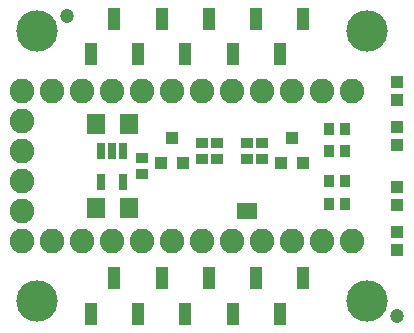
<source format=gbr>
G04 EAGLE Gerber RS-274X export*
G75*
%MOMM*%
%FSLAX34Y34*%
%LPD*%
%INSoldermask Top*%
%IPPOS*%
%AMOC8*
5,1,8,0,0,1.08239X$1,22.5*%
G01*
%ADD10R,0.903200X1.103200*%
%ADD11R,1.003200X1.003200*%
%ADD12C,1.203200*%
%ADD13R,1.053200X1.903200*%
%ADD14C,3.505200*%
%ADD15R,0.753200X1.403200*%
%ADD16R,1.603200X1.803200*%
%ADD17R,1.103200X0.903200*%
%ADD18C,2.082800*%
%ADD19R,0.838200X1.473200*%
%ADD20R,1.003200X1.103200*%


D10*
X285900Y171450D03*
X272900Y171450D03*
D11*
X330200Y195700D03*
X330200Y210700D03*
X330200Y106800D03*
X330200Y121800D03*
X330200Y68700D03*
X330200Y83700D03*
D10*
X272900Y127000D03*
X285900Y127000D03*
X272900Y107950D03*
X285900Y107950D03*
D12*
X330200Y12700D03*
X50800Y266700D03*
D13*
X70800Y234700D03*
X90800Y264700D03*
X110800Y234700D03*
X130800Y264700D03*
X150800Y234700D03*
X170800Y264700D03*
X190800Y234700D03*
X210800Y264700D03*
X230800Y234700D03*
X250800Y264700D03*
X70800Y14700D03*
X90800Y44700D03*
X110800Y14700D03*
X130800Y44700D03*
X150800Y14700D03*
X170800Y44700D03*
X190800Y14700D03*
X210800Y44700D03*
X230800Y14700D03*
X250800Y44700D03*
D14*
X25400Y25400D03*
X25400Y254000D03*
X304800Y254000D03*
X304800Y25400D03*
D11*
X330200Y157600D03*
X330200Y172600D03*
D10*
X285900Y152400D03*
X272900Y152400D03*
D15*
X98400Y152701D03*
X88900Y152701D03*
X79400Y152701D03*
X79400Y126699D03*
X98400Y126699D03*
D16*
X74900Y104140D03*
X102900Y104140D03*
D17*
X114300Y133200D03*
X114300Y146200D03*
D18*
X292100Y76200D03*
X266700Y76200D03*
X241300Y76200D03*
X215900Y76200D03*
X190500Y76200D03*
X165100Y76200D03*
X139700Y76200D03*
X114300Y76200D03*
X88900Y76200D03*
X63500Y76200D03*
X38100Y76200D03*
X38100Y203200D03*
X63500Y203200D03*
X88900Y203200D03*
X114300Y203200D03*
X139700Y203200D03*
X165100Y203200D03*
X190500Y203200D03*
X215900Y203200D03*
X241300Y203200D03*
X266700Y203200D03*
X292100Y203200D03*
D16*
X74900Y175260D03*
X102900Y175260D03*
D19*
X198700Y101600D03*
X207700Y101600D03*
D18*
X12700Y76200D03*
X12700Y101600D03*
X12700Y127000D03*
X12700Y152400D03*
X12700Y177800D03*
X12700Y203200D03*
D20*
X139700Y163400D03*
X149200Y142400D03*
X130200Y142400D03*
D17*
X165100Y158900D03*
X165100Y145900D03*
X177800Y145900D03*
X177800Y158900D03*
D20*
X241300Y163400D03*
X250800Y142400D03*
X231800Y142400D03*
D17*
X215900Y158900D03*
X215900Y145900D03*
X203200Y145900D03*
X203200Y158900D03*
M02*

</source>
